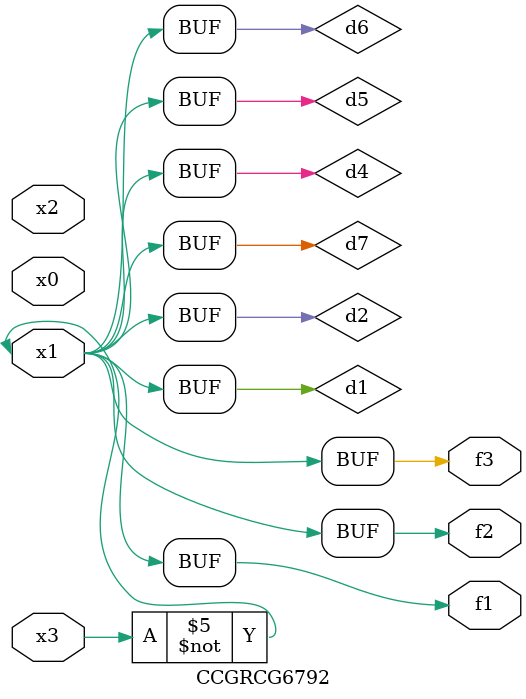
<source format=v>
module CCGRCG6792(
	input x0, x1, x2, x3,
	output f1, f2, f3
);

	wire d1, d2, d3, d4, d5, d6, d7;

	not (d1, x3);
	buf (d2, x1);
	xnor (d3, d1, d2);
	nor (d4, d1);
	buf (d5, d1, d2);
	buf (d6, d4, d5);
	nand (d7, d4);
	assign f1 = d6;
	assign f2 = d7;
	assign f3 = d6;
endmodule

</source>
